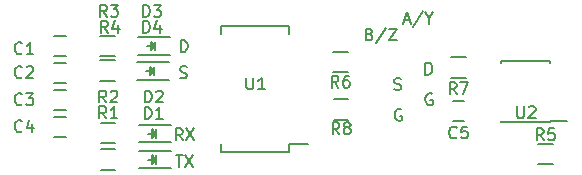
<source format=gto>
G04 #@! TF.FileFunction,Legend,Top*
%FSLAX46Y46*%
G04 Gerber Fmt 4.6, Leading zero omitted, Abs format (unit mm)*
G04 Created by KiCad (PCBNEW 4.0.4-stable) date Friday, October 21, 2016 'PMt' 10:36:38 PM*
%MOMM*%
%LPD*%
G01*
G04 APERTURE LIST*
%ADD10C,0.100000*%
%ADD11C,0.150000*%
G04 APERTURE END LIST*
D10*
D11*
X162096286Y-103948762D02*
X162239143Y-103996381D01*
X162477239Y-103996381D01*
X162572477Y-103948762D01*
X162620096Y-103901143D01*
X162667715Y-103805905D01*
X162667715Y-103710667D01*
X162620096Y-103615429D01*
X162572477Y-103567810D01*
X162477239Y-103520190D01*
X162286762Y-103472571D01*
X162191524Y-103424952D01*
X162143905Y-103377333D01*
X162096286Y-103282095D01*
X162096286Y-103186857D01*
X162143905Y-103091619D01*
X162191524Y-103044000D01*
X162286762Y-102996381D01*
X162524858Y-102996381D01*
X162667715Y-103044000D01*
X162170095Y-101796381D02*
X162170095Y-100796381D01*
X162408190Y-100796381D01*
X162551048Y-100844000D01*
X162646286Y-100939238D01*
X162693905Y-101034476D01*
X162741524Y-101224952D01*
X162741524Y-101367810D01*
X162693905Y-101558286D01*
X162646286Y-101653524D01*
X162551048Y-101748762D01*
X162408190Y-101796381D01*
X162170095Y-101796381D01*
X180843905Y-106644000D02*
X180748667Y-106596381D01*
X180605810Y-106596381D01*
X180462952Y-106644000D01*
X180367714Y-106739238D01*
X180320095Y-106834476D01*
X180272476Y-107024952D01*
X180272476Y-107167810D01*
X180320095Y-107358286D01*
X180367714Y-107453524D01*
X180462952Y-107548762D01*
X180605810Y-107596381D01*
X180701048Y-107596381D01*
X180843905Y-107548762D01*
X180891524Y-107501143D01*
X180891524Y-107167810D01*
X180701048Y-107167810D01*
X178153429Y-100272571D02*
X178296286Y-100320190D01*
X178343905Y-100367810D01*
X178391524Y-100463048D01*
X178391524Y-100605905D01*
X178343905Y-100701143D01*
X178296286Y-100748762D01*
X178201048Y-100796381D01*
X177820095Y-100796381D01*
X177820095Y-99796381D01*
X178153429Y-99796381D01*
X178248667Y-99844000D01*
X178296286Y-99891619D01*
X178343905Y-99986857D01*
X178343905Y-100082095D01*
X178296286Y-100177333D01*
X178248667Y-100224952D01*
X178153429Y-100272571D01*
X177820095Y-100272571D01*
X179534381Y-99748762D02*
X178677238Y-101034476D01*
X179772476Y-99796381D02*
X180439143Y-99796381D01*
X179772476Y-100796381D01*
X180439143Y-100796381D01*
X181041524Y-99110667D02*
X181517715Y-99110667D01*
X180946286Y-99396381D02*
X181279619Y-98396381D01*
X181612953Y-99396381D01*
X182660572Y-98348762D02*
X181803429Y-99634476D01*
X183184381Y-98920190D02*
X183184381Y-99396381D01*
X182851048Y-98396381D02*
X183184381Y-98920190D01*
X183517715Y-98396381D01*
X180246286Y-104948762D02*
X180389143Y-104996381D01*
X180627239Y-104996381D01*
X180722477Y-104948762D01*
X180770096Y-104901143D01*
X180817715Y-104805905D01*
X180817715Y-104710667D01*
X180770096Y-104615429D01*
X180722477Y-104567810D01*
X180627239Y-104520190D01*
X180436762Y-104472571D01*
X180341524Y-104424952D01*
X180293905Y-104377333D01*
X180246286Y-104282095D01*
X180246286Y-104186857D01*
X180293905Y-104091619D01*
X180341524Y-104044000D01*
X180436762Y-103996381D01*
X180674858Y-103996381D01*
X180817715Y-104044000D01*
X182870095Y-103696381D02*
X182870095Y-102696381D01*
X183108190Y-102696381D01*
X183251048Y-102744000D01*
X183346286Y-102839238D01*
X183393905Y-102934476D01*
X183441524Y-103124952D01*
X183441524Y-103267810D01*
X183393905Y-103458286D01*
X183346286Y-103553524D01*
X183251048Y-103648762D01*
X183108190Y-103696381D01*
X182870095Y-103696381D01*
X183443905Y-105344000D02*
X183348667Y-105296381D01*
X183205810Y-105296381D01*
X183062952Y-105344000D01*
X182967714Y-105439238D01*
X182920095Y-105534476D01*
X182872476Y-105724952D01*
X182872476Y-105867810D01*
X182920095Y-106058286D01*
X182967714Y-106153524D01*
X183062952Y-106248762D01*
X183205810Y-106296381D01*
X183301048Y-106296381D01*
X183443905Y-106248762D01*
X183491524Y-106201143D01*
X183491524Y-105867810D01*
X183301048Y-105867810D01*
X156556000Y-104253000D02*
X155356000Y-104253000D01*
X155356000Y-102503000D02*
X156556000Y-102503000D01*
X161307000Y-107944000D02*
X158607000Y-107944000D01*
X161307000Y-109444000D02*
X158607000Y-109444000D01*
X159807000Y-108544000D02*
X159807000Y-108794000D01*
X159807000Y-108794000D02*
X159957000Y-108644000D01*
X160057000Y-109044000D02*
X160057000Y-108344000D01*
X159707000Y-108694000D02*
X159357000Y-108694000D01*
X160057000Y-108694000D02*
X159707000Y-109044000D01*
X159707000Y-109044000D02*
X159707000Y-108344000D01*
X159707000Y-108344000D02*
X160057000Y-108694000D01*
X161307000Y-110144000D02*
X158607000Y-110144000D01*
X161307000Y-111644000D02*
X158607000Y-111644000D01*
X159807000Y-110744000D02*
X159807000Y-110994000D01*
X159807000Y-110994000D02*
X159957000Y-110844000D01*
X160057000Y-111244000D02*
X160057000Y-110544000D01*
X159707000Y-110894000D02*
X159357000Y-110894000D01*
X160057000Y-110894000D02*
X159707000Y-111244000D01*
X159707000Y-111244000D02*
X159707000Y-110544000D01*
X159707000Y-110544000D02*
X160057000Y-110894000D01*
X156582000Y-111769000D02*
X155382000Y-111769000D01*
X155382000Y-110019000D02*
X156582000Y-110019000D01*
X156567500Y-109505500D02*
X155367500Y-109505500D01*
X155367500Y-107755500D02*
X156567500Y-107755500D01*
X151439000Y-102106000D02*
X152439000Y-102106000D01*
X152439000Y-100406000D02*
X151439000Y-100406000D01*
X151439000Y-104392000D02*
X152439000Y-104392000D01*
X152439000Y-102692000D02*
X151439000Y-102692000D01*
X151439000Y-106678000D02*
X152439000Y-106678000D01*
X152439000Y-104978000D02*
X151439000Y-104978000D01*
X151439000Y-108964000D02*
X152439000Y-108964000D01*
X152439000Y-107264000D02*
X151439000Y-107264000D01*
X185174000Y-107657000D02*
X186174000Y-107657000D01*
X186174000Y-105957000D02*
X185174000Y-105957000D01*
X161239000Y-100532500D02*
X158539000Y-100532500D01*
X161239000Y-102032500D02*
X158539000Y-102032500D01*
X159739000Y-101132500D02*
X159739000Y-101382500D01*
X159739000Y-101382500D02*
X159889000Y-101232500D01*
X159989000Y-101632500D02*
X159989000Y-100932500D01*
X159639000Y-101282500D02*
X159289000Y-101282500D01*
X159989000Y-101282500D02*
X159639000Y-101632500D01*
X159639000Y-101632500D02*
X159639000Y-100932500D01*
X159639000Y-100932500D02*
X159989000Y-101282500D01*
X161175500Y-102628000D02*
X158475500Y-102628000D01*
X161175500Y-104128000D02*
X158475500Y-104128000D01*
X159675500Y-103228000D02*
X159675500Y-103478000D01*
X159675500Y-103478000D02*
X159825500Y-103328000D01*
X159925500Y-103728000D02*
X159925500Y-103028000D01*
X159575500Y-103378000D02*
X159225500Y-103378000D01*
X159925500Y-103378000D02*
X159575500Y-103728000D01*
X159575500Y-103728000D02*
X159575500Y-103028000D01*
X159575500Y-103028000D02*
X159925500Y-103378000D01*
X192440000Y-109551500D02*
X193640000Y-109551500D01*
X193640000Y-111301500D02*
X192440000Y-111301500D01*
X175082000Y-101769000D02*
X176282000Y-101769000D01*
X176282000Y-103519000D02*
X175082000Y-103519000D01*
X186274000Y-103999000D02*
X185074000Y-103999000D01*
X185074000Y-102249000D02*
X186274000Y-102249000D01*
X175132000Y-105769000D02*
X176332000Y-105769000D01*
X176332000Y-107519000D02*
X175132000Y-107519000D01*
X171357000Y-110219000D02*
X171357000Y-109569000D01*
X165607000Y-110219000D02*
X165607000Y-109569000D01*
X165607000Y-99569000D02*
X165607000Y-100219000D01*
X171357000Y-99569000D02*
X171357000Y-100219000D01*
X171357000Y-110219000D02*
X165607000Y-110219000D01*
X171357000Y-99569000D02*
X165607000Y-99569000D01*
X171357000Y-109569000D02*
X172957000Y-109569000D01*
X193464000Y-107731000D02*
X193464000Y-107586000D01*
X189314000Y-107731000D02*
X189314000Y-107586000D01*
X189314000Y-102581000D02*
X189314000Y-102726000D01*
X193464000Y-102581000D02*
X193464000Y-102726000D01*
X193464000Y-107731000D02*
X189314000Y-107731000D01*
X193464000Y-102581000D02*
X189314000Y-102581000D01*
X193464000Y-107586000D02*
X194864000Y-107586000D01*
X156556000Y-102157500D02*
X155356000Y-102157500D01*
X155356000Y-100407500D02*
X156556000Y-100407500D01*
X155979834Y-100147381D02*
X155646500Y-99671190D01*
X155408405Y-100147381D02*
X155408405Y-99147381D01*
X155789358Y-99147381D01*
X155884596Y-99195000D01*
X155932215Y-99242619D01*
X155979834Y-99337857D01*
X155979834Y-99480714D01*
X155932215Y-99575952D01*
X155884596Y-99623571D01*
X155789358Y-99671190D01*
X155408405Y-99671190D01*
X156836977Y-99480714D02*
X156836977Y-100147381D01*
X156598881Y-99099762D02*
X156360786Y-99814048D01*
X156979834Y-99814048D01*
X159118905Y-106046381D02*
X159118905Y-105046381D01*
X159357000Y-105046381D01*
X159499858Y-105094000D01*
X159595096Y-105189238D01*
X159642715Y-105284476D01*
X159690334Y-105474952D01*
X159690334Y-105617810D01*
X159642715Y-105808286D01*
X159595096Y-105903524D01*
X159499858Y-105998762D01*
X159357000Y-106046381D01*
X159118905Y-106046381D01*
X160071286Y-105141619D02*
X160118905Y-105094000D01*
X160214143Y-105046381D01*
X160452239Y-105046381D01*
X160547477Y-105094000D01*
X160595096Y-105141619D01*
X160642715Y-105236857D01*
X160642715Y-105332095D01*
X160595096Y-105474952D01*
X160023667Y-106046381D01*
X160642715Y-106046381D01*
X162308934Y-109260681D02*
X161975600Y-108784490D01*
X161737505Y-109260681D02*
X161737505Y-108260681D01*
X162118458Y-108260681D01*
X162213696Y-108308300D01*
X162261315Y-108355919D01*
X162308934Y-108451157D01*
X162308934Y-108594014D01*
X162261315Y-108689252D01*
X162213696Y-108736871D01*
X162118458Y-108784490D01*
X161737505Y-108784490D01*
X162642267Y-108260681D02*
X163308934Y-109260681D01*
X163308934Y-108260681D02*
X162642267Y-109260681D01*
X159118905Y-107446381D02*
X159118905Y-106446381D01*
X159357000Y-106446381D01*
X159499858Y-106494000D01*
X159595096Y-106589238D01*
X159642715Y-106684476D01*
X159690334Y-106874952D01*
X159690334Y-107017810D01*
X159642715Y-107208286D01*
X159595096Y-107303524D01*
X159499858Y-107398762D01*
X159357000Y-107446381D01*
X159118905Y-107446381D01*
X160642715Y-107446381D02*
X160071286Y-107446381D01*
X160357000Y-107446381D02*
X160357000Y-106446381D01*
X160261762Y-106589238D01*
X160166524Y-106684476D01*
X160071286Y-106732095D01*
X161739095Y-110536881D02*
X162310524Y-110536881D01*
X162024809Y-111536881D02*
X162024809Y-110536881D01*
X162548619Y-110536881D02*
X163215286Y-111536881D01*
X163215286Y-110536881D02*
X162548619Y-111536881D01*
X155840334Y-107396381D02*
X155507000Y-106920190D01*
X155268905Y-107396381D02*
X155268905Y-106396381D01*
X155649858Y-106396381D01*
X155745096Y-106444000D01*
X155792715Y-106491619D01*
X155840334Y-106586857D01*
X155840334Y-106729714D01*
X155792715Y-106824952D01*
X155745096Y-106872571D01*
X155649858Y-106920190D01*
X155268905Y-106920190D01*
X156792715Y-107396381D02*
X156221286Y-107396381D01*
X156507000Y-107396381D02*
X156507000Y-106396381D01*
X156411762Y-106539238D01*
X156316524Y-106634476D01*
X156221286Y-106682095D01*
X155840334Y-106046381D02*
X155507000Y-105570190D01*
X155268905Y-106046381D02*
X155268905Y-105046381D01*
X155649858Y-105046381D01*
X155745096Y-105094000D01*
X155792715Y-105141619D01*
X155840334Y-105236857D01*
X155840334Y-105379714D01*
X155792715Y-105474952D01*
X155745096Y-105522571D01*
X155649858Y-105570190D01*
X155268905Y-105570190D01*
X156221286Y-105141619D02*
X156268905Y-105094000D01*
X156364143Y-105046381D01*
X156602239Y-105046381D01*
X156697477Y-105094000D01*
X156745096Y-105141619D01*
X156792715Y-105236857D01*
X156792715Y-105332095D01*
X156745096Y-105474952D01*
X156173667Y-106046381D01*
X156792715Y-106046381D01*
X148724334Y-101867143D02*
X148676715Y-101914762D01*
X148533858Y-101962381D01*
X148438620Y-101962381D01*
X148295762Y-101914762D01*
X148200524Y-101819524D01*
X148152905Y-101724286D01*
X148105286Y-101533810D01*
X148105286Y-101390952D01*
X148152905Y-101200476D01*
X148200524Y-101105238D01*
X148295762Y-101010000D01*
X148438620Y-100962381D01*
X148533858Y-100962381D01*
X148676715Y-101010000D01*
X148724334Y-101057619D01*
X149676715Y-101962381D02*
X149105286Y-101962381D01*
X149391000Y-101962381D02*
X149391000Y-100962381D01*
X149295762Y-101105238D01*
X149200524Y-101200476D01*
X149105286Y-101248095D01*
X148724334Y-103899143D02*
X148676715Y-103946762D01*
X148533858Y-103994381D01*
X148438620Y-103994381D01*
X148295762Y-103946762D01*
X148200524Y-103851524D01*
X148152905Y-103756286D01*
X148105286Y-103565810D01*
X148105286Y-103422952D01*
X148152905Y-103232476D01*
X148200524Y-103137238D01*
X148295762Y-103042000D01*
X148438620Y-102994381D01*
X148533858Y-102994381D01*
X148676715Y-103042000D01*
X148724334Y-103089619D01*
X149105286Y-103089619D02*
X149152905Y-103042000D01*
X149248143Y-102994381D01*
X149486239Y-102994381D01*
X149581477Y-103042000D01*
X149629096Y-103089619D01*
X149676715Y-103184857D01*
X149676715Y-103280095D01*
X149629096Y-103422952D01*
X149057667Y-103994381D01*
X149676715Y-103994381D01*
X148724334Y-106185143D02*
X148676715Y-106232762D01*
X148533858Y-106280381D01*
X148438620Y-106280381D01*
X148295762Y-106232762D01*
X148200524Y-106137524D01*
X148152905Y-106042286D01*
X148105286Y-105851810D01*
X148105286Y-105708952D01*
X148152905Y-105518476D01*
X148200524Y-105423238D01*
X148295762Y-105328000D01*
X148438620Y-105280381D01*
X148533858Y-105280381D01*
X148676715Y-105328000D01*
X148724334Y-105375619D01*
X149057667Y-105280381D02*
X149676715Y-105280381D01*
X149343381Y-105661333D01*
X149486239Y-105661333D01*
X149581477Y-105708952D01*
X149629096Y-105756571D01*
X149676715Y-105851810D01*
X149676715Y-106089905D01*
X149629096Y-106185143D01*
X149581477Y-106232762D01*
X149486239Y-106280381D01*
X149200524Y-106280381D01*
X149105286Y-106232762D01*
X149057667Y-106185143D01*
X148724334Y-108471143D02*
X148676715Y-108518762D01*
X148533858Y-108566381D01*
X148438620Y-108566381D01*
X148295762Y-108518762D01*
X148200524Y-108423524D01*
X148152905Y-108328286D01*
X148105286Y-108137810D01*
X148105286Y-107994952D01*
X148152905Y-107804476D01*
X148200524Y-107709238D01*
X148295762Y-107614000D01*
X148438620Y-107566381D01*
X148533858Y-107566381D01*
X148676715Y-107614000D01*
X148724334Y-107661619D01*
X149581477Y-107899714D02*
X149581477Y-108566381D01*
X149343381Y-107518762D02*
X149105286Y-108233048D01*
X149724334Y-108233048D01*
X185507334Y-109005643D02*
X185459715Y-109053262D01*
X185316858Y-109100881D01*
X185221620Y-109100881D01*
X185078762Y-109053262D01*
X184983524Y-108958024D01*
X184935905Y-108862786D01*
X184888286Y-108672310D01*
X184888286Y-108529452D01*
X184935905Y-108338976D01*
X184983524Y-108243738D01*
X185078762Y-108148500D01*
X185221620Y-108100881D01*
X185316858Y-108100881D01*
X185459715Y-108148500D01*
X185507334Y-108196119D01*
X186412096Y-108100881D02*
X185935905Y-108100881D01*
X185888286Y-108577071D01*
X185935905Y-108529452D01*
X186031143Y-108481833D01*
X186269239Y-108481833D01*
X186364477Y-108529452D01*
X186412096Y-108577071D01*
X186459715Y-108672310D01*
X186459715Y-108910405D01*
X186412096Y-109005643D01*
X186364477Y-109053262D01*
X186269239Y-109100881D01*
X186031143Y-109100881D01*
X185935905Y-109053262D01*
X185888286Y-109005643D01*
X158964405Y-98813881D02*
X158964405Y-97813881D01*
X159202500Y-97813881D01*
X159345358Y-97861500D01*
X159440596Y-97956738D01*
X159488215Y-98051976D01*
X159535834Y-98242452D01*
X159535834Y-98385310D01*
X159488215Y-98575786D01*
X159440596Y-98671024D01*
X159345358Y-98766262D01*
X159202500Y-98813881D01*
X158964405Y-98813881D01*
X159869167Y-97813881D02*
X160488215Y-97813881D01*
X160154881Y-98194833D01*
X160297739Y-98194833D01*
X160392977Y-98242452D01*
X160440596Y-98290071D01*
X160488215Y-98385310D01*
X160488215Y-98623405D01*
X160440596Y-98718643D01*
X160392977Y-98766262D01*
X160297739Y-98813881D01*
X160012024Y-98813881D01*
X159916786Y-98766262D01*
X159869167Y-98718643D01*
X158964405Y-100147381D02*
X158964405Y-99147381D01*
X159202500Y-99147381D01*
X159345358Y-99195000D01*
X159440596Y-99290238D01*
X159488215Y-99385476D01*
X159535834Y-99575952D01*
X159535834Y-99718810D01*
X159488215Y-99909286D01*
X159440596Y-100004524D01*
X159345358Y-100099762D01*
X159202500Y-100147381D01*
X158964405Y-100147381D01*
X160392977Y-99480714D02*
X160392977Y-100147381D01*
X160154881Y-99099762D02*
X159916786Y-99814048D01*
X160535834Y-99814048D01*
X192873334Y-109253281D02*
X192540000Y-108777090D01*
X192301905Y-109253281D02*
X192301905Y-108253281D01*
X192682858Y-108253281D01*
X192778096Y-108300900D01*
X192825715Y-108348519D01*
X192873334Y-108443757D01*
X192873334Y-108586614D01*
X192825715Y-108681852D01*
X192778096Y-108729471D01*
X192682858Y-108777090D01*
X192301905Y-108777090D01*
X193778096Y-108253281D02*
X193301905Y-108253281D01*
X193254286Y-108729471D01*
X193301905Y-108681852D01*
X193397143Y-108634233D01*
X193635239Y-108634233D01*
X193730477Y-108681852D01*
X193778096Y-108729471D01*
X193825715Y-108824710D01*
X193825715Y-109062805D01*
X193778096Y-109158043D01*
X193730477Y-109205662D01*
X193635239Y-109253281D01*
X193397143Y-109253281D01*
X193301905Y-109205662D01*
X193254286Y-109158043D01*
X175515334Y-104796381D02*
X175182000Y-104320190D01*
X174943905Y-104796381D02*
X174943905Y-103796381D01*
X175324858Y-103796381D01*
X175420096Y-103844000D01*
X175467715Y-103891619D01*
X175515334Y-103986857D01*
X175515334Y-104129714D01*
X175467715Y-104224952D01*
X175420096Y-104272571D01*
X175324858Y-104320190D01*
X174943905Y-104320190D01*
X176372477Y-103796381D02*
X176182000Y-103796381D01*
X176086762Y-103844000D01*
X176039143Y-103891619D01*
X175943905Y-104034476D01*
X175896286Y-104224952D01*
X175896286Y-104605905D01*
X175943905Y-104701143D01*
X175991524Y-104748762D01*
X176086762Y-104796381D01*
X176277239Y-104796381D01*
X176372477Y-104748762D01*
X176420096Y-104701143D01*
X176467715Y-104605905D01*
X176467715Y-104367810D01*
X176420096Y-104272571D01*
X176372477Y-104224952D01*
X176277239Y-104177333D01*
X176086762Y-104177333D01*
X175991524Y-104224952D01*
X175943905Y-104272571D01*
X175896286Y-104367810D01*
X185507334Y-105354381D02*
X185174000Y-104878190D01*
X184935905Y-105354381D02*
X184935905Y-104354381D01*
X185316858Y-104354381D01*
X185412096Y-104402000D01*
X185459715Y-104449619D01*
X185507334Y-104544857D01*
X185507334Y-104687714D01*
X185459715Y-104782952D01*
X185412096Y-104830571D01*
X185316858Y-104878190D01*
X184935905Y-104878190D01*
X185840667Y-104354381D02*
X186507334Y-104354381D01*
X186078762Y-105354381D01*
X175590734Y-108747381D02*
X175257400Y-108271190D01*
X175019305Y-108747381D02*
X175019305Y-107747381D01*
X175400258Y-107747381D01*
X175495496Y-107795000D01*
X175543115Y-107842619D01*
X175590734Y-107937857D01*
X175590734Y-108080714D01*
X175543115Y-108175952D01*
X175495496Y-108223571D01*
X175400258Y-108271190D01*
X175019305Y-108271190D01*
X176162162Y-108175952D02*
X176066924Y-108128333D01*
X176019305Y-108080714D01*
X175971686Y-107985476D01*
X175971686Y-107937857D01*
X176019305Y-107842619D01*
X176066924Y-107795000D01*
X176162162Y-107747381D01*
X176352639Y-107747381D01*
X176447877Y-107795000D01*
X176495496Y-107842619D01*
X176543115Y-107937857D01*
X176543115Y-107985476D01*
X176495496Y-108080714D01*
X176447877Y-108128333D01*
X176352639Y-108175952D01*
X176162162Y-108175952D01*
X176066924Y-108223571D01*
X176019305Y-108271190D01*
X175971686Y-108366429D01*
X175971686Y-108556905D01*
X176019305Y-108652143D01*
X176066924Y-108699762D01*
X176162162Y-108747381D01*
X176352639Y-108747381D01*
X176447877Y-108699762D01*
X176495496Y-108652143D01*
X176543115Y-108556905D01*
X176543115Y-108366429D01*
X176495496Y-108271190D01*
X176447877Y-108223571D01*
X176352639Y-108175952D01*
X167720095Y-103946381D02*
X167720095Y-104755905D01*
X167767714Y-104851143D01*
X167815333Y-104898762D01*
X167910571Y-104946381D01*
X168101048Y-104946381D01*
X168196286Y-104898762D01*
X168243905Y-104851143D01*
X168291524Y-104755905D01*
X168291524Y-103946381D01*
X169291524Y-104946381D02*
X168720095Y-104946381D01*
X169005809Y-104946381D02*
X169005809Y-103946381D01*
X168910571Y-104089238D01*
X168815333Y-104184476D01*
X168720095Y-104232095D01*
X190627095Y-106386381D02*
X190627095Y-107195905D01*
X190674714Y-107291143D01*
X190722333Y-107338762D01*
X190817571Y-107386381D01*
X191008048Y-107386381D01*
X191103286Y-107338762D01*
X191150905Y-107291143D01*
X191198524Y-107195905D01*
X191198524Y-106386381D01*
X191627095Y-106481619D02*
X191674714Y-106434000D01*
X191769952Y-106386381D01*
X192008048Y-106386381D01*
X192103286Y-106434000D01*
X192150905Y-106481619D01*
X192198524Y-106576857D01*
X192198524Y-106672095D01*
X192150905Y-106814952D01*
X191579476Y-107386381D01*
X192198524Y-107386381D01*
X155890334Y-98796381D02*
X155557000Y-98320190D01*
X155318905Y-98796381D02*
X155318905Y-97796381D01*
X155699858Y-97796381D01*
X155795096Y-97844000D01*
X155842715Y-97891619D01*
X155890334Y-97986857D01*
X155890334Y-98129714D01*
X155842715Y-98224952D01*
X155795096Y-98272571D01*
X155699858Y-98320190D01*
X155318905Y-98320190D01*
X156223667Y-97796381D02*
X156842715Y-97796381D01*
X156509381Y-98177333D01*
X156652239Y-98177333D01*
X156747477Y-98224952D01*
X156795096Y-98272571D01*
X156842715Y-98367810D01*
X156842715Y-98605905D01*
X156795096Y-98701143D01*
X156747477Y-98748762D01*
X156652239Y-98796381D01*
X156366524Y-98796381D01*
X156271286Y-98748762D01*
X156223667Y-98701143D01*
M02*

</source>
